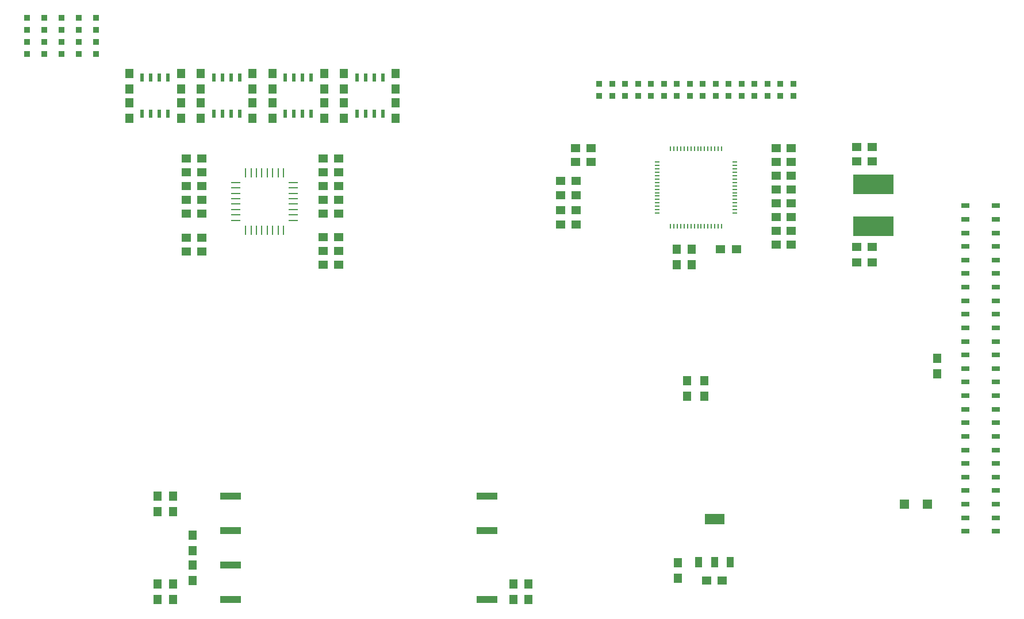
<source format=gbr>
%FSLAX23Y23*%
%MOIN*%
G04 EasyPC Gerber Version 17.0 Build 3379 *
%ADD131R,0.00660X0.02550*%
%ADD134R,0.00998X0.05306*%
%ADD132R,0.02550X0.00660*%
%ADD111R,0.01959X0.04912*%
%ADD133R,0.05306X0.00998*%
%ADD117R,0.03337X0.03691*%
%ADD112R,0.03888X0.05896*%
%ADD110R,0.04900X0.05400*%
%ADD75R,0.04912X0.02904*%
%ADD135R,0.11998X0.04124*%
%ADD116R,0.05700X0.05700*%
%ADD114R,0.05400X0.04900*%
%ADD113R,0.11211X0.05896*%
%ADD136R,0.23416X0.11447*%
X0Y0D02*
D02*
D75*
X5539Y795D03*
Y873D03*
Y952D03*
Y1031D03*
Y1110D03*
Y1188D03*
Y1267D03*
Y1346D03*
Y1425D03*
Y1503D03*
Y1582D03*
Y1661D03*
Y1740D03*
Y1818D03*
Y1897D03*
Y1976D03*
Y2055D03*
Y2133D03*
Y2212D03*
Y2291D03*
Y2370D03*
Y2448D03*
Y2527D03*
Y2606D03*
Y2685D03*
X5716Y795D03*
Y873D03*
Y952D03*
Y1031D03*
Y1110D03*
Y1188D03*
Y1267D03*
Y1346D03*
Y1425D03*
Y1503D03*
Y1582D03*
Y1661D03*
Y1740D03*
Y1818D03*
Y1897D03*
Y1976D03*
Y2055D03*
Y2133D03*
Y2212D03*
Y2291D03*
Y2370D03*
Y2448D03*
Y2527D03*
Y2606D03*
Y2685D03*
D02*
D110*
X693Y3193D03*
Y3283D03*
Y3363D03*
Y3453D03*
X858Y398D03*
Y488D03*
Y908D03*
Y998D03*
X948Y398D03*
Y488D03*
Y908D03*
Y998D03*
X993Y3193D03*
Y3283D03*
Y3363D03*
Y3453D03*
X1059Y508D03*
Y598D03*
Y683D03*
Y773D03*
X1108Y3193D03*
Y3283D03*
Y3363D03*
Y3453D03*
X1408Y3193D03*
Y3283D03*
Y3363D03*
Y3453D03*
X1523Y3193D03*
Y3283D03*
Y3363D03*
Y3453D03*
X1823Y3193D03*
Y3283D03*
Y3363D03*
Y3453D03*
X1938Y3193D03*
Y3283D03*
Y3363D03*
Y3453D03*
X2238Y3193D03*
Y3283D03*
Y3363D03*
Y3453D03*
X2921Y398D03*
Y488D03*
X3007Y398D03*
Y488D03*
X3868Y2343D03*
Y2433D03*
X3875Y523D03*
Y613D03*
X3927Y1579D03*
Y1669D03*
X3953Y2343D03*
Y2433D03*
X4027Y1579D03*
Y1669D03*
X5378Y1708D03*
Y1798D03*
D02*
D111*
X768Y3219D03*
Y3428D03*
X818Y3219D03*
Y3428D03*
X868Y3219D03*
Y3428D03*
X918Y3219D03*
Y3428D03*
X1183Y3219D03*
Y3428D03*
X1233Y3219D03*
Y3428D03*
X1283Y3219D03*
Y3428D03*
X1333Y3219D03*
Y3428D03*
X1598Y3219D03*
Y3428D03*
X1648Y3219D03*
Y3428D03*
X1698Y3219D03*
Y3428D03*
X1748Y3219D03*
Y3428D03*
X2013Y3219D03*
Y3428D03*
X2063Y3219D03*
Y3428D03*
X2113Y3219D03*
Y3428D03*
X2163Y3219D03*
Y3428D03*
D02*
D112*
X3995Y614D03*
X4086D03*
X4176D03*
D02*
D113*
X4086Y864D03*
D02*
D114*
X1023Y2418D03*
Y2498D03*
Y2638D03*
Y2718D03*
Y2798D03*
Y2878D03*
Y2958D03*
X1113Y2418D03*
Y2498D03*
Y2638D03*
Y2718D03*
Y2798D03*
Y2878D03*
Y2958D03*
X1817Y2343D03*
Y2423D03*
Y2503D03*
Y2638D03*
Y2718D03*
Y2798D03*
Y2878D03*
Y2958D03*
X1908Y2343D03*
Y2423D03*
Y2503D03*
Y2638D03*
Y2718D03*
Y2798D03*
Y2878D03*
Y2958D03*
X3193Y2574D03*
Y2659D03*
Y2744D03*
Y2829D03*
X3280Y2938D03*
Y3018D03*
X3283Y2574D03*
Y2659D03*
Y2744D03*
Y2829D03*
X3370Y2938D03*
Y3018D03*
X4041Y508D03*
X4122Y2433D03*
X4131Y508D03*
X4213Y2433D03*
X4443Y2458D03*
Y2538D03*
Y2618D03*
Y2698D03*
Y2778D03*
Y2858D03*
Y2938D03*
Y3018D03*
X4532Y2458D03*
Y2538D03*
Y2618D03*
Y2698D03*
Y2778D03*
Y2858D03*
Y2938D03*
Y3018D03*
X4911Y2942D03*
Y3026D03*
X4912Y2355D03*
Y2446D03*
X5001Y2942D03*
Y3026D03*
X5002Y2355D03*
Y2446D03*
D02*
D116*
X5186Y952D03*
X5320D03*
D02*
D117*
X102Y3565D03*
Y3635D03*
X102Y3705D03*
Y3775D03*
X201Y3705D03*
Y3775D03*
X202Y3565D03*
Y3635D03*
X301Y3705D03*
Y3775D03*
X302Y3565D03*
Y3635D03*
X401Y3705D03*
Y3775D03*
X402Y3565D03*
Y3635D03*
X501Y3705D03*
Y3775D03*
X502Y3565D03*
Y3635D03*
X3418Y3323D03*
Y3393D03*
X3493Y3323D03*
Y3393D03*
X3568Y3323D03*
Y3393D03*
X3643Y3323D03*
Y3393D03*
X3718Y3323D03*
Y3393D03*
X3793Y3323D03*
Y3393D03*
X3868Y3323D03*
Y3393D03*
X3943Y3323D03*
Y3393D03*
X4018Y3323D03*
Y3393D03*
X4093Y3323D03*
Y3393D03*
X4168Y3323D03*
Y3393D03*
X4243Y3323D03*
Y3393D03*
X4318Y3323D03*
Y3393D03*
X4393Y3323D03*
Y3393D03*
X4468Y3323D03*
Y3393D03*
X4543Y3323D03*
Y3393D03*
D02*
D131*
X3831Y2564D03*
Y3016D03*
X3851Y2564D03*
Y3016D03*
X3871Y2564D03*
Y3016D03*
X3890Y2564D03*
Y3016D03*
X3910Y2564D03*
Y3016D03*
X3930Y2564D03*
Y3016D03*
X3949Y2564D03*
Y3016D03*
X3969Y2564D03*
Y3016D03*
X3989Y2564D03*
Y3016D03*
X4008Y2564D03*
Y3016D03*
X4028Y2564D03*
Y3016D03*
X4048Y2564D03*
Y3016D03*
X4067Y2564D03*
Y3016D03*
X4087Y2564D03*
Y3016D03*
X4107Y2564D03*
Y3016D03*
X4127Y2564D03*
Y3016D03*
D02*
D132*
X3753Y2642D03*
Y2662D03*
Y2682D03*
Y2701D03*
Y2721D03*
Y2741D03*
Y2760D03*
Y2780D03*
Y2800D03*
Y2820D03*
Y2839D03*
Y2859D03*
Y2879D03*
Y2898D03*
Y2918D03*
Y2938D03*
X4205Y2642D03*
Y2662D03*
Y2682D03*
Y2701D03*
Y2721D03*
Y2741D03*
Y2760D03*
Y2780D03*
Y2800D03*
Y2820D03*
Y2839D03*
Y2859D03*
Y2879D03*
Y2898D03*
Y2918D03*
Y2938D03*
D02*
D133*
X1310Y2600D03*
Y2631D03*
Y2663D03*
Y2694D03*
Y2726D03*
Y2757D03*
Y2789D03*
Y2820D03*
X1645Y2600D03*
Y2631D03*
Y2663D03*
Y2694D03*
Y2726D03*
Y2757D03*
Y2789D03*
Y2820D03*
D02*
D134*
X1368Y2543D03*
Y2877D03*
X1399Y2543D03*
Y2877D03*
X1430Y2543D03*
Y2877D03*
X1462Y2543D03*
Y2877D03*
X1493Y2543D03*
Y2877D03*
X1525Y2543D03*
Y2877D03*
X1556Y2543D03*
Y2877D03*
X1588Y2543D03*
Y2877D03*
D02*
D135*
X1279Y398D03*
Y598D03*
Y798D03*
Y998D03*
X2767Y398D03*
Y798D03*
Y998D03*
D02*
D136*
X5006Y2567D03*
Y2809D03*
X0Y0D02*
M02*

</source>
